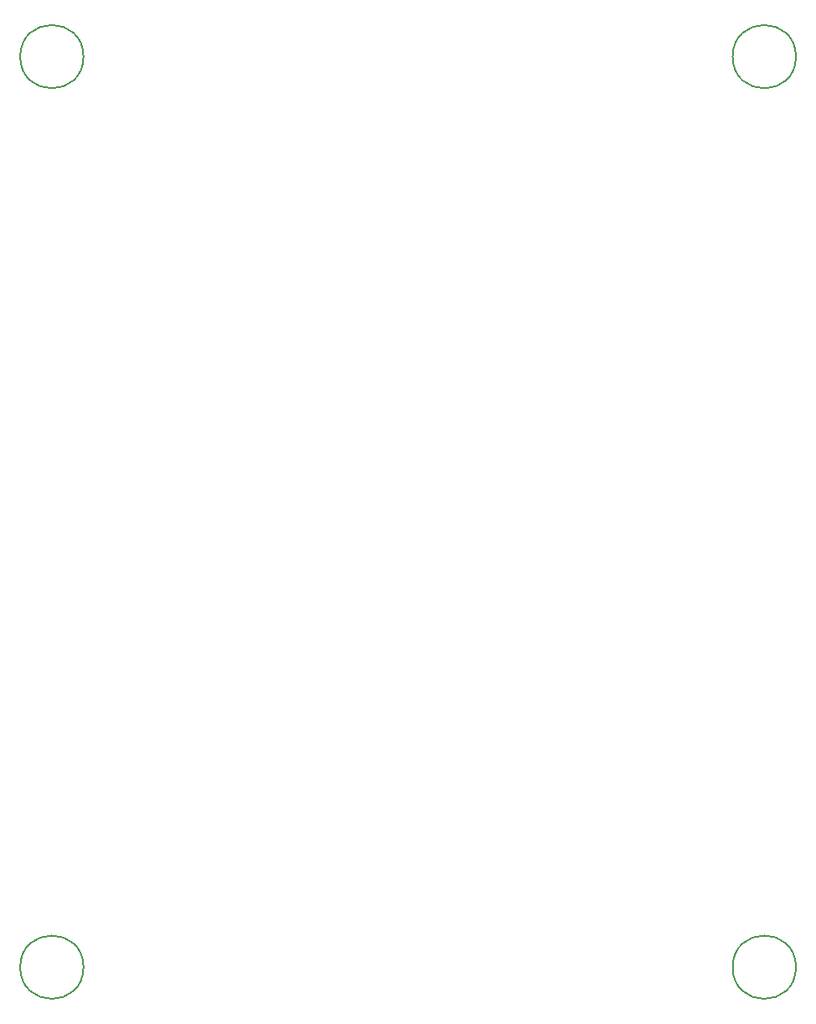
<source format=gbr>
%TF.GenerationSoftware,KiCad,Pcbnew,8.0.6-8.0.6-0~ubuntu22.04.1*%
%TF.CreationDate,2024-12-19T00:56:59+00:00*%
%TF.ProjectId,miniv_motor_controller_board,6d696e69-765f-46d6-9f74-6f725f636f6e,rev?*%
%TF.SameCoordinates,Original*%
%TF.FileFunction,Other,Comment*%
%FSLAX46Y46*%
G04 Gerber Fmt 4.6, Leading zero omitted, Abs format (unit mm)*
G04 Created by KiCad (PCBNEW 8.0.6-8.0.6-0~ubuntu22.04.1) date 2024-12-19 00:56:59*
%MOMM*%
%LPD*%
G01*
G04 APERTURE LIST*
%ADD10C,0.150000*%
G04 APERTURE END LIST*
D10*
%TO.C,H3*%
X121200000Y-54000000D02*
G75*
G02*
X114800000Y-54000000I-3200000J0D01*
G01*
X114800000Y-54000000D02*
G75*
G02*
X121200000Y-54000000I3200000J0D01*
G01*
%TO.C,H1*%
X49200000Y-146000000D02*
G75*
G02*
X42800000Y-146000000I-3200000J0D01*
G01*
X42800000Y-146000000D02*
G75*
G02*
X49200000Y-146000000I3200000J0D01*
G01*
%TO.C,H4*%
X121200000Y-146000000D02*
G75*
G02*
X114800000Y-146000000I-3200000J0D01*
G01*
X114800000Y-146000000D02*
G75*
G02*
X121200000Y-146000000I3200000J0D01*
G01*
%TO.C,H2*%
X49200000Y-54000000D02*
G75*
G02*
X42800000Y-54000000I-3200000J0D01*
G01*
X42800000Y-54000000D02*
G75*
G02*
X49200000Y-54000000I3200000J0D01*
G01*
%TD*%
M02*

</source>
